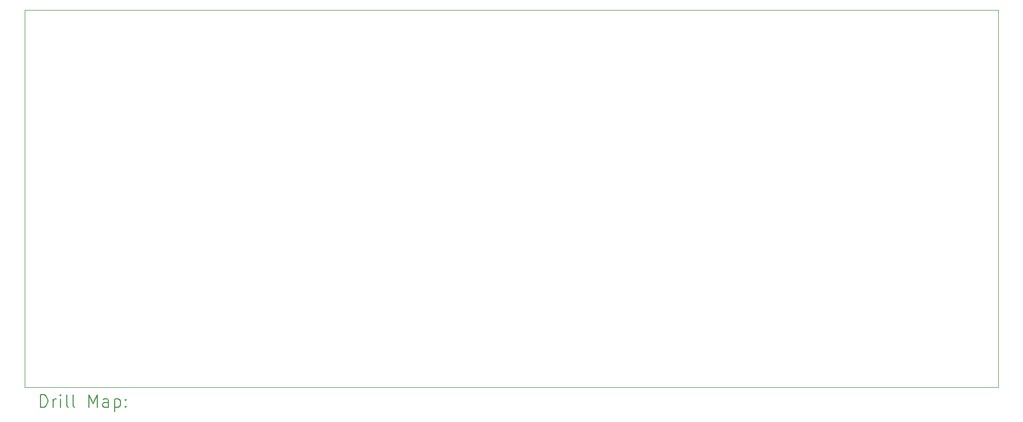
<source format=gbr>
%TF.GenerationSoftware,KiCad,Pcbnew,8.0.3*%
%TF.CreationDate,2024-11-15T02:32:15-08:00*%
%TF.ProjectId,Power_Distribution,506f7765-725f-4446-9973-747269627574,rev?*%
%TF.SameCoordinates,Original*%
%TF.FileFunction,Drillmap*%
%TF.FilePolarity,Positive*%
%FSLAX45Y45*%
G04 Gerber Fmt 4.5, Leading zero omitted, Abs format (unit mm)*
G04 Created by KiCad (PCBNEW 8.0.3) date 2024-11-15 02:32:15*
%MOMM*%
%LPD*%
G01*
G04 APERTURE LIST*
%ADD10C,0.100000*%
%ADD11C,0.200000*%
G04 APERTURE END LIST*
D10*
X14568154Y-8906776D02*
X30240624Y-8906776D01*
X30240624Y-14977646D01*
X14568154Y-14977646D01*
X14568154Y-8906776D01*
D11*
X14823931Y-15294130D02*
X14823931Y-15094130D01*
X14823931Y-15094130D02*
X14871550Y-15094130D01*
X14871550Y-15094130D02*
X14900121Y-15103654D01*
X14900121Y-15103654D02*
X14919169Y-15122701D01*
X14919169Y-15122701D02*
X14928693Y-15141749D01*
X14928693Y-15141749D02*
X14938216Y-15179844D01*
X14938216Y-15179844D02*
X14938216Y-15208416D01*
X14938216Y-15208416D02*
X14928693Y-15246511D01*
X14928693Y-15246511D02*
X14919169Y-15265558D01*
X14919169Y-15265558D02*
X14900121Y-15284606D01*
X14900121Y-15284606D02*
X14871550Y-15294130D01*
X14871550Y-15294130D02*
X14823931Y-15294130D01*
X15023931Y-15294130D02*
X15023931Y-15160796D01*
X15023931Y-15198892D02*
X15033454Y-15179844D01*
X15033454Y-15179844D02*
X15042978Y-15170320D01*
X15042978Y-15170320D02*
X15062026Y-15160796D01*
X15062026Y-15160796D02*
X15081074Y-15160796D01*
X15147740Y-15294130D02*
X15147740Y-15160796D01*
X15147740Y-15094130D02*
X15138216Y-15103654D01*
X15138216Y-15103654D02*
X15147740Y-15113177D01*
X15147740Y-15113177D02*
X15157264Y-15103654D01*
X15157264Y-15103654D02*
X15147740Y-15094130D01*
X15147740Y-15094130D02*
X15147740Y-15113177D01*
X15271550Y-15294130D02*
X15252502Y-15284606D01*
X15252502Y-15284606D02*
X15242978Y-15265558D01*
X15242978Y-15265558D02*
X15242978Y-15094130D01*
X15376312Y-15294130D02*
X15357264Y-15284606D01*
X15357264Y-15284606D02*
X15347740Y-15265558D01*
X15347740Y-15265558D02*
X15347740Y-15094130D01*
X15604883Y-15294130D02*
X15604883Y-15094130D01*
X15604883Y-15094130D02*
X15671550Y-15236987D01*
X15671550Y-15236987D02*
X15738216Y-15094130D01*
X15738216Y-15094130D02*
X15738216Y-15294130D01*
X15919169Y-15294130D02*
X15919169Y-15189368D01*
X15919169Y-15189368D02*
X15909645Y-15170320D01*
X15909645Y-15170320D02*
X15890597Y-15160796D01*
X15890597Y-15160796D02*
X15852502Y-15160796D01*
X15852502Y-15160796D02*
X15833454Y-15170320D01*
X15919169Y-15284606D02*
X15900121Y-15294130D01*
X15900121Y-15294130D02*
X15852502Y-15294130D01*
X15852502Y-15294130D02*
X15833454Y-15284606D01*
X15833454Y-15284606D02*
X15823931Y-15265558D01*
X15823931Y-15265558D02*
X15823931Y-15246511D01*
X15823931Y-15246511D02*
X15833454Y-15227463D01*
X15833454Y-15227463D02*
X15852502Y-15217939D01*
X15852502Y-15217939D02*
X15900121Y-15217939D01*
X15900121Y-15217939D02*
X15919169Y-15208416D01*
X16014407Y-15160796D02*
X16014407Y-15360796D01*
X16014407Y-15170320D02*
X16033454Y-15160796D01*
X16033454Y-15160796D02*
X16071550Y-15160796D01*
X16071550Y-15160796D02*
X16090597Y-15170320D01*
X16090597Y-15170320D02*
X16100121Y-15179844D01*
X16100121Y-15179844D02*
X16109645Y-15198892D01*
X16109645Y-15198892D02*
X16109645Y-15256035D01*
X16109645Y-15256035D02*
X16100121Y-15275082D01*
X16100121Y-15275082D02*
X16090597Y-15284606D01*
X16090597Y-15284606D02*
X16071550Y-15294130D01*
X16071550Y-15294130D02*
X16033454Y-15294130D01*
X16033454Y-15294130D02*
X16014407Y-15284606D01*
X16195359Y-15275082D02*
X16204883Y-15284606D01*
X16204883Y-15284606D02*
X16195359Y-15294130D01*
X16195359Y-15294130D02*
X16185835Y-15284606D01*
X16185835Y-15284606D02*
X16195359Y-15275082D01*
X16195359Y-15275082D02*
X16195359Y-15294130D01*
X16195359Y-15170320D02*
X16204883Y-15179844D01*
X16204883Y-15179844D02*
X16195359Y-15189368D01*
X16195359Y-15189368D02*
X16185835Y-15179844D01*
X16185835Y-15179844D02*
X16195359Y-15170320D01*
X16195359Y-15170320D02*
X16195359Y-15189368D01*
M02*

</source>
